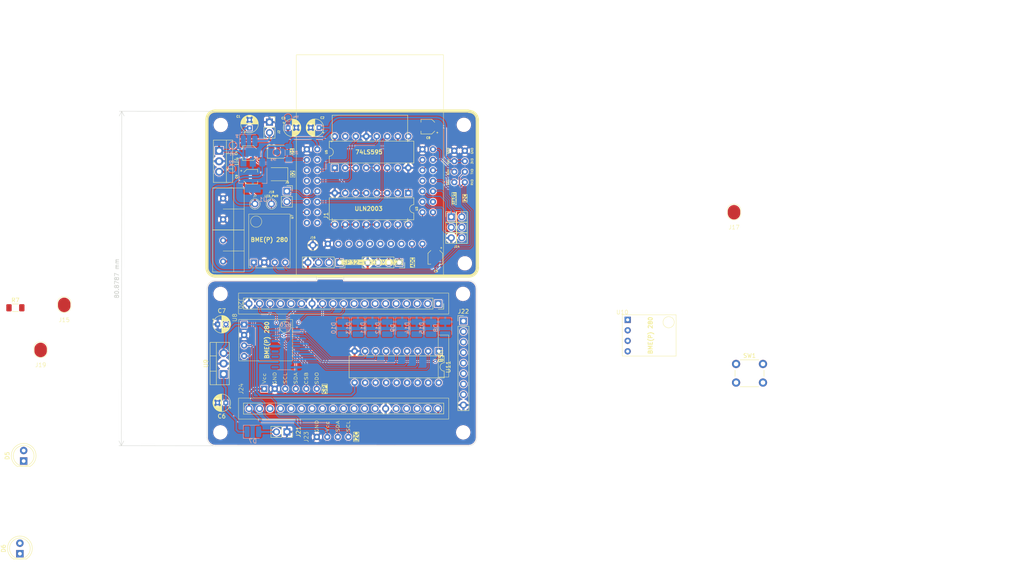
<source format=kicad_pcb>
(kicad_pcb (version 20240108) (generator "pcbnew") (generator_version "8.0")
  (layers (0 "F.Cu" signal) (31 "B.Cu" signal) (34 "B.Paste" user) (35 "F.Paste" user) (36 "B.SilkS" user "B.Silkscreen") (37 "F.SilkS" user "F.Silkscreen") (38 "B.Mask" user) (39 "F.Mask" user) (44 "Edge.Cuts" user))
  (net 0 "")
  (net 1 "GND")
  (net 2 "+3V3")
  (net 3 "+5V")
  (net 4 "/RXD")
  (net 5 "/TXD")
  (net 6 "/SDA")
  (net 7 "/GPIO_33")
  (net 8 "/SCL")
  (net 9 "/OUT3")
  (net 10 "/EN")
  (net 11 "/SOURCE2")
  (net 12 "/SOURCE1")
  (net 13 "/SOURCE3")
  (net 14 "/VDC")
  (net 15 "/DAC1")
  (net 16 "/DAC2")
  (net 17 "/GPIO39")
  (net 18 "/GPIO19")
  (net 19 "/GPIO17")
  (net 20 "/GPIO5")
  (net 21 "/GPIO18")
  (net 22 "/SD_DATA0")
  (net 23 "/ADC2_CH3")
  (net 24 "/SD_DATA3")
  (net 25 "/SD_CMD")
  (net 26 "/SD_CLK")
  (net 27 "/SD_DATA2")
  (net 28 "/SD_DATA1")
  (net 29 "/ADC2_CH0")
  (net 30 "/GPIO23")
  (net 31 "/GPIO36")
  (net 32 "/ADC2_CH2")
  (net 33 "/BOOT")
  (net 34 "/GPIO13")
  (net 35 "/SOURCE4")
  (net 36 "/SOURCE5")
  (net 37 "/SIPO_DATA")
  (net 38 "/SIPO_CLK")
  (net 40 "/SIPO_LATCH")
  (net 41 "/GPIO14")
  (net 43 "/I3")
  (net 44 "/I6")
  (net 45 "/I7")
  (net 46 "/I5")
  (net 47 "/OUT1")
  (net 48 "/VIN")
  (net 49 "/I1")
  (net 52 "Net-(D5-Pad1)")
  (net 53 "Net-(J15-Pin_1)")
  (net 54 "Net-(J19-Pin_1)")
  (net 55 "/OUT2")
  (net 67 "/RX")
  (net 72 "/TX")
  (net 83 "/SCL-2")
  (net 84 "/SDA-2")
  (net 85 "/SIPO_CLK-2")
  (net 87 "/SIPO_DATA-2")
  (net 88 "/SIPO_LATCH-2")
  (net 89 "/QB-2")
  (net 90 "/QC-2")
  (net 91 "/QE-2")
  (net 92 "/QA-2")
  (net 93 "/QD-2")
  (net 94 "/QG-2")
  (net 95 "/QH-2")
  (net 96 "/QF-2")
  (net 97 "/O8")
  (net 98 "/O3")
  (net 99 "/O5")
  (net 100 "/O7")
  (net 101 "/O1")
  (net 102 "/O4")
  (net 103 "/O2")
  (net 104 "/O6")
  (net 105 "/SPI-SDO")
  (net 106 "/SPI-CSB")
  (net 107 "/SPI-SCL")
  (net 108 "/SPI-SDA")
  (net 109 "/D23")
  (net 110 "/D18")
  (footprint "Capacitor_THT:CP_Radial_D4.0mm_P2.00mm" (layer "F.Cu") (at 107 44.2 180)
    (property "Reference" "C2")
    (property "Value" "1uF")
  )
  (footprint "LED_SMD:LED_1210_3225Metric_Pad1.42x2.65mm_HandSolder" (layer "F.Cu") (at 97 55.45 180)
    (property "Reference" "D2")
    (property "Value" "STATUS")
  )
  (footprint "Capacitor_SMD:CP_Elec_3x5.3" (layer "F.Cu") (at 90.3 50.35 180)
    (property "Reference" "C4")
    (property "Value" "0.1uF")
  )
  (footprint "Resistor_SMD:R_1206_3216Metric_Pad1.30x1.75mm_HandSolder" (layer "F.Cu") (at 33.612 87.7585)
    (property "Reference" "R7")
    (property "Value" "4K7")
  )
  (footprint "LED_THT:LED_D5.0mm" (layer "F.Cu") (at 34.7 147.25 90)
    (property "Reference" "D6")
    (property "Value" "LED_STATUS")
  )
  (footprint "Button_Switch_THT:SW_PUSH_6mm" (layer "F.Cu") (at 207.8 101.35)
    (property "Reference" "SW1")
    (property "Value" "SW_Push")
  )
  (footprint "Alexander Footprint Library:Pad_1x01_P2.54_SMD" (layer "F.Cu") (at 39.712 102.098)
    (property "Reference" "J19")
    (property "Value" "LED_PWR")
  )
  (footprint "Alexanddr Footprints Library:ESP32-WROOM-Adapter-Socket-2" (layer "F.Cu") (at 119.3 57.04)
    (property "Reference" "J1")
    (property "Value" "~")
  )
  (footprint "Alexander Footprint Library:Pad_1x01_P2.54_SMD" (layer "F.Cu") (at 45.412 91.198)
    (property "Reference" "J15")
    (property "Value" "LED_PWR")
  )
  (footprint "MountingHole:MountingHole_3mm" (layer "F.Cu") (at 142 43.5)
    (property "Reference" "H1" (hide yes))
    (property "Value" "MountingHole_Pad")
  )
  (footprint "Connector_PinSocket_2.54mm:PinSocket_1x02_P2.54mm_Vertical" (layer "F.Cu") (at 99.25 117.775 -90)
    (property "Reference" "J21")
    (property "Value" "PWR")
  )
  (footprint "MountingHole:MountingHole_3mm" (layer "F.Cu") (at 83.25 43.53)
    (property "Reference" "H2" (hide yes))
    (property "Value" "MountingHole_Pad")
  )
  (footprint "Package_DIP:DIP-16_W7.62mm" (layer "F.Cu") (at 128.58 60 -90)
    (property "Reference" "U3")
    (property "Value" "ULN2003")
  )
  (footprint "Alexander Footprints Library:Conn_Terminal_5mm" (layer "F.Cu") (at 83.82 53.69)
    (property "Reference" "J9" (hide yes))
    (property "Value" "Conn_01x02_Socket")
  )
  (footprint "Alexander Footprint Library:Pad_1x01_P2.54_SMD" (layer "F.Cu") (at 207.3 68.7895)
    (property "Reference" "J17")
    (property "Value" "GND")
  )
  (footprint "MountingHole:MountingHole_3mm" (layer "F.Cu") (at 141.85 117.9)
    (property "Reference" "H4" (hide yes))
    (property "Value" "MountingHole_Pad")
  )
  (footprint "Capacitor_THT:CP_Radial_D4.0mm_P2.00mm" (layer "F.Cu") (at 82.5 91.75)
    (property "Reference" "C7")
    (property "Value" "1uF")
  )
  (footprint "Capacitor_SMD:CP_Elec_3x5.3" (layer "F.Cu") (at 90.4 56.05)
    (property "Reference" "C9")
    (property "Value" "0.1uF")
  )
  (footprint "Package_DIP:DIP-16_W7.62mm" (layer "F.Cu") (at 110.8 53.9 90)
    (property "Reference" "U5")
    (property "Value" "74LS595")
  )
  (footprint "Alexander Footprint Library:PinSocket_1x01_P2.54" (layer "F.Cu") (at 91.5 65.19)
    (property "Reference" "J7")
    (property "Value" "LED_PWR")
  )
  (footprint "Connector_PinHeader_2.54mm:PinHeader_1x09_P2.54mm_Vertical" (layer "F.Cu") (at 141.9 90.97)
    (property "Reference" "J22")
    (property "Value" "Conn_01x09_Pin")
  )
  (footprint "Alexander Footprint Library:Conn_SPI" (layer "F.Cu") (at 88.68 107.35 90)
    (property "Reference" "J24")
    (property "Value" "~")
  )
  (footprint "Connector_PinSocket_2.54mm:PinSocket_1x02_P2.54mm_Vertical" (layer "F.Cu") (at 95.025 42.85)
    (property "Reference" "J2")
    (property "Value" "PWR")
  )
  (footprint "Connector_PinSocket_2.54mm:PinSocket_1x04_P2.54mm_Vertical" (layer "F.Cu") (at 111.94 76.8 -90)
    (property "Reference" "J6")
    (property "Value" "SOURCE")
  )
  (footprint "MountingHole:MountingHole_3mm" (layer "F.Cu") (at 83.15 117.9)
    (property "Reference" "H4" (hide yes))
    (property "Value" "MountingHole_Pad")
  )
  (footprint "Connector_PinSocket_2.54mm:PinSocket_1x04_P2.54mm_Vertical" (layer "F.Cu") (at 126.38 76.8 -90)
    (property "Reference" "J10" (hide yes))
    (property "Value" "ADC")
  )
  (footprint "Capacitor_SMD:CP_Elec_3x5.3" (layer "F.Cu") (at 135.1 75.45 -90)
    (property "Reference" "C5")
    (property "Value" "0.1uF")
  )
  (footprint "MountingHole:MountingHole_3mm" (layer "F.Cu") (at 141.8 84.4)
    (property "Reference" "H4" (hide yes))
    (property "Value" "MountingHole_Pad")
  )
  (footprint "Capacitor_THT:CP_Radial_D4.0mm_P2.00mm" (layer "F.Cu") (at 99.5 44.2)
    (property "Reference" "C3")
    (property "Value" "1uF")
  )
  (footprint "Alexander Footprint Library:Conn_ESP32_WROOM-DevKit-38pins" (layer "F.Cu") (at 87.54 86.75 -90)
    (property "Reference" "J20")
    (property "Value" "~")
  )
  (footprint "Capacitor_SMD:CP_Elec_3x5.3" (layer "F.Cu") (at 133.4 43.95 180)
    (property "Reference" "C8")
    (property "Value" "10uF")
  )
  (footprint "Alexander Footprint Library:LD1117" (layer "F.Cu") (at 83.945 103.79 90)
    (property "Reference" "U9")
    (property "Value" "L7805")
  )
  (footprint "Alexander Footprint Library:PinSocket_1x01_P2.54" (layer "F.Cu") (at 95.5 65.19)
    (property "Reference" "J18")
    (property "Value" "LED_PWR")
  )
  (footprint "Alexander Footprint Library:Conn_I2C" (layer "F.Cu") (at 98.84 119 90)
    (property "Reference" "J23")
    (property "Value" "I2C")
  )
  (footprint "Capacitor_THT:CP_Radial_D4.0mm_P2.00mm" (layer "F.Cu") (at 84.4726 110.75 180)
    (property "Reference" "C6")
    (property "Value" "1uF")
  )
  (footprint "Alexander Footprint Library:BME280_BMP280_I2C" (layer "F.Cu") (at 180.3 89.45)
    (property "Reference" "U10")
    (property "Value" "BME(P)280")
  )
  (footprint "MountingHole:MountingHole_3mm" (layer "F.Cu") (at 83.2 84.4)
    (property "Reference" "H4" (hide yes))
    (property "Value" "MountingHole_Pad")
  )
  (footprint "Connector_PinSocket_2.54mm:PinSocket_1x02_P2.54mm_Vertical" (layer "F.Cu") (at 99.225 59.55)
    (property "Reference" "J5")
    (property "Value" "DAC")
  )
  (footprint "Alexander Footprint Library:CONN_2x3" (layer "F.Cu") (at 138.96 60.68)
    (property "Reference" "J14")
    (property "Value" "GPIO")
  )
  (footprint "Alexander Footprints Library:Conn_UART" (layer "F.Cu") (at 139.7 42.15)
    (property "Reference" "J3" (hide yes))
    (property "Value" "UART")
  )
  (footprint "Alexander Footprint Library:PinSocket_1x01_P2.54" (layer "F.Cu") (at 105.5 75.19)
    (property "Reference" "J16")
    (property "Value" "GND")
  )
  (footprint "Capacitor_THT:CP_Radial_D4.0mm_P2.00mm" (layer "F.Cu") (at 90.2 44.3 90)
    (property "Reference" "C1")
    (property "Value" "1uF")
  )
  (footprint "Alexander Footprint Library:BME280_BMP280_I2C" (layer "F.Cu") (at 90 78.1 90)
    (property "Reference" "U7")
    (property "Value" "BME(P)280")
  )
  (footprint "Alexander Footprint Library:LD1117" (layer "F.Cu") (at 82.855 49.77 -90)
    (property "Reference" "U4")
    (property "Value" "L7805")
  )
  (footprint "Alexander Footprints Library:Conn_I2C" (layer "F.Cu") (at 142.24 42.15)
    (property "Reference" "J4" (hide yes))
    (property "Value" "I2C")
  )
  (footprint "LED_THT:LED_D5.0mm" (layer "F.Cu") (at 35.612 124.8335 90)
    (property "Reference" "D5")
    (property "Value" "LED_PWR")
  )
  (footprint "Alexander Footprint Library:BME280_BMP280_I2C" (layer "F.Cu") (at 87.6 90.59)
    (property "Reference" "U8")
    (property "Value" "BME(P)280")
  )
  (footprint "LED_SMD:LED_1210_3225Metric_Pad1.42x2.65mm_HandSolder" (layer "F.Cu") (at 97 50)
    (property "Reference" "D1")
    (property "Value" "PWR")
  )
  (footprint "MountingHole:MountingHole_3mm" (layer "F.Cu") (at 142.25 77)
    (property "Reference" "H4" (hide yes))
    (property "Value" "MountingHole_Pad")
  )
  (footprint "Package_DIP:DIP-18_W7.62mm" (layer "F.Cu") (at 135.92 98.25 -90)
    (property "Reference" "U11")
    (property "Value" "ULN2801A")
  )
  (footprint "Alexander Footprints Library:Conn_Terminal_5mm" (layer "F.Cu") (at 83.82 63.85)
    (property "Reference" "J8" (hide yes))
    (property "Value" "Conn_01x02_Socket")
  )
  (footprint "TestPoint:TestPoint_Pad_D1.5mm" (layer "B.Cu") (at 99.5 41.75 180)
    (property "Reference" "TP4")
    (property "Value" "5V")
  )
  (footprint "LED_SMD:LED_1210_3225Metric_Pad1.42x2.65mm_HandSolder" (layer "B.Cu") (at 127.1 92.65 -90)
    (property "Reference" "D9")
    (property "Value" "PWR")
  )
  (footprint "TestPoint:TestPoint_Pad_D1.5mm" (layer "B.Cu") (at 96.8 50.15 180)
    (property "Reference" "TP3")
    (property "Value" "3V3")
  )
  (footprint "LED_SMD:LED_1210_3225Metric_Pad1.42x2.65mm_HandSolder" (layer "B.Cu") (at 119.9 92.65 -90)
    (property "Reference" "D11")
    (property "Value" "PWR")
  )
  (footprint "Package_SO:SO-16_3.9x9.9mm_P1.27mm" (layer "B.Cu") (at 98.95 97.7 180)
    (property "Reference" "U26")
    (property "Value" "74LS595")
  )
  (footprint "Diode_SMD:D_1210_3225Metric" (layer "B.Cu") (at 91 117.75)
    (property "Reference" "D7")
    (property "Value" "D")
  )
  (footprint "LED_SMD:LED_1210_3225Metric_Pad1.42x2.65mm_HandSolder" (layer "B.Cu") (at 134.1 92.65 -90)
    (property "Reference" "D15")
    (property "Value" "PWR")
  )
  (footprint "Resistor_SMD:R_1206_3216Metric_Pad1.30x1.75mm_HandSolder" (layer "B.Cu") (at 99.7 50.25 -90)
    (property "Reference" "R1")
    (property "Value" "10K")
  )
  (footprint "Diode_SMD:D_1210_3225Metric" (layer "B.Cu") (at 90.1 47.4)
    (property "Reference" "D4")
    (property "Value" "D")
  )
  (footprint "LED_SMD:LED_1210_3225Metric_Pad1.42x2.65mm_HandSolder" (layer "B.Cu") (at 130.6 92.65 -90)
    (property "Reference" "D14")
    (property "Value" "PWR")
  )
  (footprint "TestPoint:TestPoint_Pad_D1.5mm" (layer "B.Cu") (at 86.2 48.45 180)
    (property "Reference" "TP1")
    (property "Value" "VIN")
  )
  (footprint "LED_SMD:LED_1210_3225Metric_Pad1.42x2.65mm_HandSolder" (layer "B.Cu") (at 123.5 92.65 -90)
    (property "Reference" "D12")
    (property "Value" "PWR")
  )
  (footprint "TestPoint:TestPoint_Pad_D1.5mm" (layer "B.Cu") (at 85.9 54.15 180)
    (property "Reference" "TP2")
    (property "Value" "GND")
  )
  (footprint "LED_SMD:LED_1210_3225Metric_Pad1.42x2.65mm_HandSolder" (layer "B.Cu") (at 116.4 92.65 -90)
    (property "Reference" "D13")
    (property "Value" "PWR")
  )
  (footprint "LED_SMD:LED_1210_3225Metric_Pad1.42x2.65mm_HandSolder" (layer "B.Cu") (at 112.8 92.65 -90)
    (property "Reference" "D10")
    (property "Value" "PWR")
  )
  (footprint "Package_TO_SOT_SMD:SOT-223-3_TabPin2" (layer "B.Cu") (at 91 55.75 -90)
    (property "Reference" "U1")
    (property "Value" "MAX1726EUK33")
  )
  (footprint "LED_SMD:LED_1210_3225Metric_Pad1.42x2.65mm_HandSolder" (layer "B.Cu") (at 137.5 92.65 -90)
    (property "Reference" "D8")
    (property "Value" "PWR")
  )
  (gr_line (start 145.25 42.11421) (end 145.25 78.085782) (stroke (width 0.75)) (layer "F.SilkS"))
  (gr_line (start 81.914218 40.164218) (end 143.08579 40.164218) (stroke (width 0.75)) (layer "F.SilkS"))
  (gr_arc (start 145.25 78.085782) (mid 144.66422 79.500007) (end 143.25 80.085782) (stroke (width 0.75)) (layer "F.SilkS"))
  (gr_line (start 79.914218 42.11421) (end 79.914218 78.085782) (stroke (width 0.75)) (layer "F.SilkS"))
  (gr_arc (start 81.914218 80.085782) (mid 80.499999 79.500001) (end 79.914218 78.085782) (stroke (width 0.75)) (layer "F.SilkS"))
  (gr_arc (start 143.25 40.25) (mid 144.664214 40.835786) (end 145.25 42.25) (stroke (width 0.75)) (layer "F.SilkS"))
  (gr_arc (start 79.914218 42.164218) (mid 80.499999 40.749999) (end 81.914218 40.164218) (stroke (width 0.75)) (layer "F.SilkS"))
  (gr_line (start 81.914214 80.085782) (end 143.085786 80.085782) (stroke (width 0.75)) (layer "F.SilkS"))
  (gr_line (start 82.014214 80.235786) (end 106.4 80.25) (stroke (width 0.1)) (layer "Edge.Cuts"))
  (gr_line (start 80 42.25) (end 80.014214 78.235786) (stroke (width 0.1)) (layer "Edge.Cuts"))
  (gr_arc (start 79.921321 83.157107) (mid 80.507106 81.742896) (end 81.921321 81.157107) (stroke (width 0.1)) (layer "Edge.Cuts"))
  (gr_line (start 81.921321 121.128679) (end 143.107107 121.142893) (stroke (width 0.1)) (layer "Edge.Cuts"))
  (gr_arc (start 81.921321 121.128679) (mid 80.507101 120.542899) (end 79.921321 119.128679) (stroke (width 0.1)) (layer "Edge.Cuts"))
  (gr_line (start 143.092893 81.157107) (end 113 81.15) (stroke (width 0.1)) (layer "Edge.Cuts"))
  (gr_arc (start 145.107107 119.142893) (mid 144.521321 120.557107) (end 143.107107 121.142893) (stroke (width 0.1)) (layer "Edge.Cuts"))
  (gr_line (start 106.4 81.15) (end 81.921321 81.157107) (stroke (width 0.1)) (layer "Edge.Cuts"))
  (gr_arc (start 143.185786 40.264214) (mid 144.600004 40.849996) (end 145.185786 42.264214) (stroke (width 0.1)) (layer "Edge.Cuts"))
  (gr_line (start 113 80.25) (end 143.185786 80.235786) (stroke (width 0.1)) (layer "Edge.Cuts"))
  (gr_arc (start 82.014214 80.235786) (mid 80.599996 79.650004) (end 80.014214 78.235786) (stroke (width 0.1)) (layer "Edge.Cuts"))
  (gr_line (start 145.185786 42.264214) (end 145.185786 78.235786) (stroke (width 0.1)) (layer "Edge.Cuts"))
  (gr_arc (start 80 42.25) (mid 80.585786 40.835786) (end 82 40.25) (stroke (width 0.1)) (layer "Edge.Cuts"))
  (gr_line (start 145.107107 119.142893) (end 145.092893 83.157107) (stroke (width 0.1)) (layer "Edge.Cuts"))
  (gr_line (start 79.921321 119.128679) (end 79.921321 83.157107) (stroke (width 0.1)) (layer "Edge.Cuts"))
  (gr_line (start 106.4 81.15) (end 106.4 80.25) (stroke (width 0.1)) (layer "Edge.Cuts"))
  (gr_arc (start 145.185786 78.235786) (mid 144.600004 79.650004) (end 143.185786 80.235786) (stroke (width 0.1)) (layer "Edge.Cuts"))
  (gr_arc (start 143.092893 81.157107) (mid 144.507112 81.742888) (end 145.092893 83.157107) (stroke (width 0.1)) (layer "Edge.Cuts"))
  (gr_line (start 113 81.15) (end 113 80.25) (stroke (width 0.1)) (layer "Edge.Cuts"))
  (gr_line (start 143.185786 40.264214) (end 82 40.25) (stroke (width 0.1)) (layer "Edge.Cuts"))
  (gr_text "ADC" (at 130.1 78.05 90) (layer "F.SilkS" knockout) (effects (font (size 0.8 0.8) (thickness 0.2) (bold yes)) (justify left bottom)))
  (gr_text "74LS595" (at 119.057143 50.1 0) (layer "F.SilkS") (effects (font (size 1 1) (thickness 0.2) (bold yes))))
  (gr_text "ULN2003" (at 115.5 64.374 0) (layer "F.SilkS") (effects (font (size 1 1) (thickness 0.2) (bold yes)) (justify left bottom)))
  (dimension (type aligned) (layer "Edge.Cuts") (pts (xy 81.921321 121.128679) (xy 82 40.25)) (height -22.6907) (gr_text "80.8787 mm" (at 58.119973 80.666146 89.94426182) (layer "Edge.Cuts") (effects (font (size 1 1) (thickness 0.15)))) (format (prefix "") (suffix "") (units 3) (units_format 1) (precision 4)) (style (thickness 0.1) (arrow_length 1.27) (text_position_mode 0) (extension_height 0.58642) (extension_offset 0.5) keep_text_aligned))
  (segment (start 84.21 66) (end 83.82 66.39) (width 0.5) (layer "F.Cu") (net 1))
  (segment (start 90.08 108.57) (end 90.08 112.15) (width 0.5) (layer "F.Cu") (net 2))
  (segment (start 91.5 60.75) (end 88.9 58.15) (width 0.5) (layer "F.Cu") (net 2))
  (segment (start 139.7 52.31) (end 138.56 52.31) (width 0.25) (layer "F.Cu") (net 2))
  (segment (start 91.3 107.35) (end 90.08 108.57) (width 0.5) (layer "F.Cu") (net 2))
  (segment (start 137.2 43.95) (end 134.9 43.95) (width 0.25) (layer "F.Cu") (net 2))
  (segment (start 138.56 52.31) (end 137.6 51.35) (width 0.25) (layer "F.Cu") (net 2))
  (segment (start 91.5 62.62) (end 91.5 60.75) (width 0.5) (layer "F.Cu") (net 2))
  (segment (start 93.76 107.35) (end 91.3 107.35) (width 0.5) (layer "F.Cu") (net 2))
  (segment (start 137.6 51.35) (end 137.6 44.35) (width 0.25) (layer "F.Cu") (net 2))
  (segment (start 137.6 44.35) (end 137.2 43.95) (width 0.25) (layer "F.Cu") (net 2))
  (segment (start 88.9 58.15) (end 88.9 56.05) (width 0.5) (layer "F.Cu") (net 2))
  (segment (start 96.075 48.7) (end 97.525 48.7) (width 0.5) (layer "B.Cu") (net 2))
  (segment (start 109.408578 44.2) (end 107 44.2) (width 0.5) (layer "B.Cu") (net 2))
  (segment (start 93.21 115.25) (end 101 115.25) (width 0.5) (layer "B.Cu") (net 2))
  (segment (start 81.3 75.997918) (end 81.3 59.75104) (width 0.5) (layer "B.Cu") (net 2))
  (segment (start 93.3 54.905025) (end 93.3 52.6) (width 0.5) (layer "B.Cu") (net 2))
  (segment (start 100 48.7) (end 100 48.03033) (width 0.5) (layer "B.Cu") (net 2))
  (segment (start 139.13 52.31) (end 139.7 52.31) (width 0.5) (layer "B.Cu") (net 2))
  (segment (start 138.156949 51.906949) (end 138.03 51.78) (width 0.5) (layer "B.Cu") (net 2))
  (segment (start 109 117.5) (end 109 119) (width 0.5) (layer "B.Cu") (net 2))
  (segment (start 106.6 48.627817) (end 106.6 49.299791) (width 0.5) (layer "B.Cu") (net 2))
  (segment (start 84.202081 78.9) (end 89.990883 78.9) (width 0.5) (layer "B.Cu") (net 2))
  (segment (start 109.75 45) (end 109.75 44.141421) (width 0.5) (layer "B.Cu") (net 2))
  (segment (start 109.75 43.858578) (end 109.75 44.141421) (width 0.5) (layer "B.Cu") (net 2))
  (segment (start 104.722182 46.75) (end 106.277817 46.75) (width 0.5) (layer "B.Cu") (net 2))
  (segment (start 139.7 52.31) (end 142.24 52.31) (width 0.5) (layer "B.Cu") (net 2))
  (segment (start 137.5 50.500466) (end 137.5 43.883883) (width 0.5) (layer "B.Cu") (net 2))
  (segment (start 88.207106 62.75) (end 91.5 62.75) (width 0.5) (layer "B.Cu") (net 2))
  (segment (start 86.5 61.042893) (end 86.5 57.5) (width 0.5) (layer "B.Cu") (net 2))
  (segment (start 106.277817 46.75) (end 108 46.75) (width 0.5) (layer "B.Cu") (net 2))
  (segment (start 101 115.25) (end 102.5 116.75) (width 0.5) (layer "B.Cu") (net 2))
  (segment (start 91.22 77.670883) (end 91.22 76.8) (width 0.5) (layer "B.Cu") (net 2))
  (segment (start 89.455634 56.1) (end 92.105025 56.1) (width 0.5) (layer "B.Cu") (net 2))
  (segment (start 96.075 48.7) (end 95.177817 48.7) (width 0.5) (layer "B.Cu") (net 2))
  (segment (start 90.11 112.15) (end 93.21 115.25) (width 0.5) (layer "B.Cu") (net 2))
  (segment (start 108.25 116.75) (end 109 117.5) (width 0.5) (layer "B.Cu") (net 2))
  (segment (start 104.722182 46.75) (end 101.28033 46.75) (width 0.5) (layer "B.Cu") (net 2))
  (segment (start 108 46.75) (end 109.75 45) (width 0.5) (layer "B.Cu") (net 2))
  (segment (start 96.8 49.425) (end 96.8 50.15) (width 0.25) (layer "B.Cu") (net 2))
  (segment (start 109.75 43.625) (end 109.75 43.858578) (width 0.5) (layer "B.Cu") (net 2))
  (segment (start 110.015165 42.984834) (end 110.5 42.5) (width 0.5) (layer "B.Cu") (net 2))
  (segment (start 93.3 52.6) (end 93.3 50.577817) (width 0.5) (layer "B.Cu") (net 2))
  (segment (start 82.75104 58.3) (end 84.144365 58.3) (width 0.5) (layer "B.Cu") (net 2))
  (segment (start 106.685 49.335) (end 106.77 49.25) (width 0.5) (layer "B.Cu") (net 2))
  (segment (start 102.5 116.75) (end 108.25 116.75) (width 0.5) (layer "B.Cu") (net 2))
  (segment (start 112.31066 41.75) (end 135.366116 41.75) (width 0.5) (layer "B.Cu") (net 2))
  (segment (start 100 48.7) (end 97.525 48.7) (width 0.5) (layer "B.Cu") (net 2))
  (arc (start 136.875 42.375) (mid 137.337567 43.067281) (end 137.5 43.883883) (width 0.5) (layer "B.Cu") (net 2))
  (arc (start 137.5 50.500466) (mid 137.637742 51.192944) (end 138.03 51.78) (width 0.5) (layer "B.Cu") (net 2))
  (arc (start 93.3 54.905025) (mid 93.209037 55.362322) (end 92.95 55.75) (width 0.5) (layer "B.Cu") (net 2))
  (arc (start 86.8 57.2) (mid 85.581584 58.014119) (end 84.144365 58.3) (width 0.5) (layer "B.Cu") (net 2))
  (arc (start 106.6 49.299791) (mid 106.630737 49.345793) (end 106.685 49.335) (width 0.5) (layer "B.Cu") (net 2))
  (arc (start 89.455634 56.1) (mid 88.018415 56.38588) (end 86.8 57.2) (width 0.5) (layer "B.Cu") (net 2))
  (arc (start 86.5 61.042893) (mid 86.629945 61.696174) (end 87 62.25) (width 0.5) (layer "B.Cu") (net 2))
  (arc (start 82.75104 58.3) (mid 82.195751 58.410453) (end 81.725 58.725) (width 0.5) (layer "B.Cu") (net 2))
  (arc (start 92.95 55.75) (mid 92.562322 56.009037) (end 92.105025 56.1) (width 0.5) (layer "B.Cu") (net 2))
  (arc (start 95.177817 48.7) (mid 94.459207 48.84294) (end 93.85 49.25) (width 0.5) (layer "B.Cu") (net 2))
  (arc (start 96.8 49.425) (mid 96.587652 48.912347) (end 96.075 48.7) (width 0.25) (layer "B.Cu") (net 2))
  (arc (start 82.15 78.05) (mid 83.091502 78.679092) (end 84.202081 78.9) (width 0.5) (layer "B.Cu") (net 2))
  (arc (start 110.015165 42.984834) (mid 109.818914 43.278544) (end 109.75 43.625) (width 0.5) (layer "B.Cu") (net 2))
  (arc (start 109.75 44.141421) (mid 109.713838 44.087301) (end 109.65 44.1) (width 0.5) (layer "B.Cu") (net 2))
  (arc (start 136.875 42.375) (mid 136.182718 41.912432) (end 135.366116 41.75) (width 0.5) (layer "B.Cu") (net 2))
  (arc (start 93.85 49.25) (mid 93.44294 49.859207) (end 93.3 50.577817) (width 0.5) (layer "B.Cu") (net 2))
  (arc (start 90.86 78.54) (mid 90.461245 78.806439) (end 89.990883 78.9) (width 0.5) (layer "B.Cu") (net 2))
  (arc (start 109.65 44.1) (mid 109.539234 44.17401) (end 109.408578 44.2) (width 0.5) (layer "B.Cu") (net 2))
  (arc (start 87 62.25) (mid 87.553825 62.620054) (end 88.207106 62.75) (width 0.5) (layer "B.Cu") (net 2))
  (arc (start 81.725 58.725) (mid 81.410453 59.195751) (end 81.3 59.75104) (width 0.5) (layer "B.Cu") (net 2))
  (arc (start 106.05 47.3) (mid 105.440792 46.89294) (end 104.722182 46.75) (width 0.5) (layer "B.Cu") (net 2))
  (arc (start 138.156949 51.906949) (mid 138.603388 52.20525) (end 139.13 52.31) (width 0.5) (layer "B.Cu") (net 2))
  (arc (start 101.28033 46.75) (mid 100.790368 46.847459) (end 100.375 47.125) (width 0.5) (layer "B.Cu") (net 2))
  (arc (start 106.05 47.3) (mid 106.457059 47.909207) (end 106.6 48.627817) (width 0.5) (layer "B.Cu") (net 2))
  (arc (start 106.277817 46.75) (mid 105.980159 46.948888) (end 106.05 47.3) (width 0.5) (layer "B.Cu") (net 2))
  (arc (start 91.22 77.670883) (mid 91.126439 78.141245) (end 90.86 78.54) (width 0.5) (layer "B.Cu") (net 2))
  (arc (start 109.65 44.1) (mid 109.72401 43.989234) (end 109.75 43.858578) (width 0.5) (layer "B.Cu") (net 2))
  (arc (start 112.31066 41.75) (mid 111.330737 41.944918) (end 110.5 42.5) (width 0.5) (layer "B.Cu") (net 2))
  (arc (start 100.375 47.125) (mid 100.097459 47.540368) (end 100 48.03033) (width 0.5) (layer "B.Cu") (net 2))
  (arc (start 81.3 75.997918) (mid 81.520907 77.108496) (end 82.15 78.05) (width 0.5) (layer "B.Cu") (net 2))
  (segment (start 99.5 45.693413) (end 99.5 44.2) (width 0.5) (layer "F.Cu") (net 3))
  (segment (start 87.75 115.25) (end 135.25 115.25) (width 0.5) (layer "F.Cu") (net 3))
  (segment (start 98.6375 46.9625) (end 99.2125 46.3875) (width 0.5) (layer "F.Cu") (net 3))
  (segment (start 83.945 98.71) (end 86.21 98.71) (width 0.5) (layer "F.Cu") (net 3))
  (segment (start 86.75 99.25) (end 86.75 100) (width 0.5) (layer "F.Cu") (net 3))
  (segment (start 126.04 46.28) (end 126.04 48.251906) (width 0.5) (layer "F.Cu") (net 3))
  (segment (start 108.3 49.803553) (end 108.3 65.537329) (width 0.5) (layer "F.Cu") (net 3))
  (segment (start 108.3 49.803553) (end 108.3 49.096446) (width 0.5) (layer "F.Cu") (net 3))
  (segment (start 135.81 114.69) (end 135.81 112.15) (width 0.5) (layer "F.Cu") (net 3))
  (segment (start 110.8 46.28) (end 110.8 48.15) (width 0.5) (layer "F.Cu") (net 3))
  (segment (start 86.75 114.25) (end 87.75 115.25) (width 0.5) (layer "F.Cu") (net 3))
  (segment (start 86.75 100) (end 86.75 114.25) (width 0.5) (layer "F.Cu") (net 3))
  (segment (start 110.8 48.15) (end 110 48.95) (width 0.5) (layer "F.Cu") (net 3))
  (segment (start 88.1 47.25) (end 97.943413 47.25) (width 0.5) (layer "F.Cu") (net 3))
  (segment (start 84.9 54.85) (end 85.4 54.35) (width 0.5) (layer "F.Cu") (net 3))
  (segment (start 126.04 48.251906) (end 125.341906 48.95) (width 0.5) (layer "F.Cu") (net 3))
  (segment (start 85.4 54.35) (end 85.4 49.95) (width 0.5) (layer "F.Cu") (net 3))
  (segment (start 107.608621 46.675) (end 99.331586 46.675) (width 0.5) (layer "F.Cu") (net 3))
  (segment (start 110 48.95) (end 109.153553 48.95) (width 0.5) (layer "F.Cu") (net 3))
  (segment (start 86.21 98.71) (end 86.75 99.25) (width 0.5) (layer "F.Cu") (net 3))
  (segment (start 108.3 49.096446) (end 108.3 47.366378) (width 0.5) (layer "F.Cu") (net 3))
  (segment (start 109.104574 67.204574) (end 108.91 67.01) (width 0.5) (layer "F.Cu") (net 3))
  (segment (start 110.8 46.355) (end 110.725 46.28) (width 0.5) (layer "F.Cu") (net 3))
  (segment (start 135.25 115.25) (end 135.81 114.69) (width 0.5) (layer "F.Cu") (net 3))
  (segment (start 110.1075 67.62) (end 110.695 67.62) (width 0.5) (layer "F.Cu") (net 3))
  (segment (start 82.855 54.85) (end 84.9 54.85) (width 0.5) (layer "F.Cu") (net 3))
  (segment (start 85.4 49.95) (end 88.1 47.25) (width 0.5) (layer "F.Cu") (net 3))
  (segment (start 125.341906 48.95) (end 110 48.95) (width 0.5) (layer "F.Cu") (net 3))
  (arc (start 108.0975 46.8775) (mid 108.247371 47.101799) (end 108.3 47.366378) (width 0.5) (layer "F.Cu") (net 3))
  (arc (start 108.3 65.537329) (mid 108.458533 66.334332) (end 108.91 67.01) (width 0.5) (layer "F.Cu") (net 3))
  (arc (start 97.943413 47.25) (mid 98.31905 47.175281) (end 98.6375 46.9625) (width 0.5) (layer "F.Cu") (net 3))
  (arc (start 99.2125 46.3875) (mid 99.175992 46.571035) (end 99.331586 46.675) (width 0.5) (layer "F.Cu") (net 3))
  (arc (start 108.0975 46.8775) (mid 107.8732 46.727628) (end 107.608621 46.675) (width 0.5) (layer "F.Cu") (net 3))
  (arc (start 109.104574 67.204574) (mid 109.56472 67.512034) (end 110.1075 67.62) (width 0.5) (layer "F.Cu") (net 3))
  (arc (start 108.55 49.2) (mid 108.364972 49.476912) (end 108.3 49.803553) (width 0.5) (layer "F.Cu") (net 3))
  (arc (start 108.3 49.096446) (mid 108.390403 49.231745) (end 108.55 49.2) (width 0.5) (layer "F.Cu") (net 3))
  (arc (start 99.331586 46.675) (mid 98.955949 46.749718) (end 98.6375 46.9625) (width 0.5) (layer "F.Cu") (net 3))
  (arc (start 109.153553 48.95) (mid 108.826912 49.014972) (end 108.55 49.2) (width 0.5) (layer "F.Cu") (net 3))
  (arc (start 99.5 45.693413) (mid 99.425281 46.06905) (end 99.2125 46.3875) (width 0.5) (layer "F.Cu") (net 3))
  (segment (start 83.945 97.305) (end 84.5 96.75) (width 0.5) (layer "B.Cu") (net 3))
  (segment (start 84.5 94.05) (end 84.5 91.75) (width 0.5) (layer "B.Cu") (net 3))
  (segment (start 88.9 91.81) (end 86.74 91.81) (width 0.5) (layer "B.Cu") (net 3))
  (segment (start 115.6 108.15) (end 115.6 105.87) (width 0.5) (layer "B.Cu") (net 3))
  (segment (start 83.945 98.71) (end 83.945 97.305) (width 0.5) (layer "B.Cu") (net 3))
  (segment (start 92 108.15) (end 92.8 108.95) (width 0.5) (layer "B.Cu") (net 3))
  (segment (start 96.375 100.875) (end 92.575 100.875) (width 0.5) (layer "B.Cu") (net 3))
  (segment (start 92.96 91.81) (end 91.25 91.81) (width 0.5) (layer "B.Cu") (net 3))
  (segment (start 86.74 91.81) (end 84.5 94.05) (width 0.5) (layer "B.Cu") (net 3))
  (segment (start 92 92.56) (end 91.25 91.81) (width 0.5) (layer "B.Cu") (net 3))
  (segment (start 92.8 108.95) (end 114.8 108.95) (width 0.5) (layer "B.Cu") (net 3))
  (segment (start 94.405 93.255) (end 92.96 91.81) (width 0.5) (layer "B.Cu") (net 3))
  (segment (start 92 100.3) (end 92 108.15) (width 0.5) (layer "B.Cu") (net 3))
  (segment (start 91.25 91.81) (end 88.9 91.81) (width 0.5) (layer "B.Cu") (net 3))
  (segment (start 92 100.3) (end 92 92.56) (width 0.5) (layer "B.Cu") (net 3))
  (segment (start 84.5 96.75) (end 84.5 94.05) (width 0.5) (layer "B.Cu") (net 3))
  (segment (start 114.8 108.95) (end 115.6 108.15) (width 0.5) (layer "B.Cu") (net 3))
  (segment (start 92.575 100.875) (end 92 100.3) (width 0.5) (layer "B.Cu") (net 3))
  (segment (start 99.5 42.25) (end 99.5 44.2) (width 0.25) (layer "B.Cu") (net 3))
  (segment (start 96.375 93.255) (end 94.405 93.255) (width 0.5) (layer "B.Cu") (net 3))
  (segment (start 139.7 57.35) (end 139.7 57.39) (width 0.25) (layer "F.Cu") (net 4))
  (segment (start 133.25 53.25) (end 135.6 53.25) (width 0.25) (layer "F.Cu") (net 4))
  (segment (start 135.6 53.25) (end 139.7 57.35) (width 0.25) (layer "F.Cu") (net 4))
  (segment (start 132 54.5) (end 133.25 53.25) (width 0.25) (layer "F.Cu") (net 4))
  (segment (start 140.3 57.45) (end 139.3 57.45) (width 0.25) (layer "F.Cu") (net 4))
  (segment (start 136.61 51.96) (end 134.54 51.96) (width 0.25) (layer "F.Cu") (net 5))
  (segment (start 134.74 51.79) (end 134.62 51.91) (width 0.25) (layer "F.Cu") (net 5))
  (segment (start 139.5 54.85) (end 136.61 51.96) (width 0.25) (layer "F.Cu") (net 5))
  (segment (start 139.7 54.85) (end 139.5 54.85) (width 0.25) (layer "F.Cu") (net 5))
  (segment (start 138.59 58.55) (end 140.4 58.55) (width 0.25) (layer "F.Cu") (net 6))
  (segment (start 136.213604 54.5) (end 138 56.286396) (width 0.25) (layer "F.Cu") (net 6))
  (segment (start 138 57.96) (end 138.59 58.55) (width 0.25) (layer "F.Cu") (net 6))
  (segment (start 140.9 56.19) (end 142.24 54.85) (width 0.25) (layer "F.Cu") (net 6))
  (segment (start 140.9 58.05) (end 140.9 56.19) (width 0.25) (layer "F.Cu") (net 6))
  (segment (start 134.54 54.5) (end 136.213604 54.5) (width 0.25) (layer "F.Cu") (net 6))
  (segment (start 138 56.286396) (end 138 57.96) (width 0.25) (layer "F.Cu") (net 6))
  (segment (start 142.24 54.85) (end 142.24 55.51) (width 0.25) (layer "F.Cu") (net 6))
  (segment (start 140.4 58.55) (end 140.9 58.05) (width 0.25) (layer "F.Cu") (net 6))
  (segment (start 141.79 58.74) (end 141 57.95) (width 0.25) (layer "B.Cu") (net 6))
  (segment (start 140.418198 72.781802) (end 143.281802 72.781802) (width 0.25) (layer "B.Cu") (net 6))
  (segment (start 98.84 76.8) (end 98.84 78.09) (width 0.25) (layer "B.Cu") (net 6))
  (segment (start 143.55 64.45) (end 141.79 62.69) (width 0.25) (layer "B.Cu") (net 6))
  (segment (start 134.55 78.65) (end 140.418198 72.781802) (width 0.25) (layer "B.Cu") (net 6))
  (segment (start 141.79 62.69) (end 141.79 58.74) (width 0.25) (layer "B.Cu") (net 6))
  (segment (start 141 56.09) (end 142.24 54.85) (width 0.25) (layer "B.Cu") (net 6))
  (segment (start 98.84 78.09) (end 99.4 78.65) (width 0.25) (layer "B.Cu") (net 6))
  (segment (start 99.4 78.65) (end 134.55 78.65) (width 0.25) (layer "B.Cu") (net 6))
  (segment (start 143.281802 72.781802) (end 143.55 72.513604) (width 0.25) (layer "B.Cu") (net 6))
  (segment (start 143.55 72.513604) (end 143.55 64.45) (width 0.25) (layer "B.Cu") (net 6))
  (segment (start 141 57.95) (end 141 56.09) (width 0.25) (layer "B.Cu") (net 6))
  (segment (start 103.97 59.53) (end 104.14 59.53) (width 0.25) (layer "F.Cu") (net 7))
  (segment (start 137.55 58.146396) (end 138.403604 59) (width 0.25) (layer "F.Cu") (net 8))
  (segment (start 131.5 55.75) (end 136.75 55.75) (width 0.25) (layer "F.Cu") (net 8))
  (segment (start 140.63 59) (end 142.24 57.39) (width 0.25) (layer "F.Cu") (net 8))
  (segment (start 136.75 55.75) (end 137.55 56.55) (width 0.25) (layer "F.Cu") (net 8))
  (segment (start 137.55 56.55) (end 137.55 58.146396) (width 0.25) (layer "F.Cu") (net 8))
  (segment (start 130.745 54.995) (end 131.5 55.75) (width 0.25) (layer "F.Cu") (net 8))
  (segment (start 130.745 53.245) (end 130.745 54.995) (width 0.25) (layer "F.Cu") (net 8))
  (segment (start 132.08 51.91) (end 130.745 53.245) (width 0.25) (layer "F.Cu") (net 8))
  (segment (start 138.403604 59) (end 140.63 59) (width 0.25) (layer "F.Cu") (net 8))
  (segment (start 143.4 73.3) (end 144 72.7) (width 0.25) (layer "B.Cu") (net 8))
  (segment (start 96.95 79.1) (end 134.8 79.1) (width 0.25) (layer "B.Cu") (net 8))
  (segment (start 96.3 76.8) (end 96.3 78.45) (width 0.25) (layer "B.Cu") (net 8))
  (segment (start 144 72.7) (end 144 64.263604) (width 0.25) (layer "B.Cu") (net 8))
  (segment (start 142.24 62.503604) (end 142.24 57.39) (width 0.25) (layer "B.Cu") (net 8))
  (segment (start 96.3 78.45) (end 96.95 79.1) (width 0.25) (layer "B.Cu") (net 8))
  (segment (start 134.8 79.1) (end 140.6 73.3) (width 0.25) (layer "B.Cu") (net 8))
  (segment (start 144 64.263604) (end 142.24 62.503604) (width 0.25) (layer "B.Cu") (net 8))
  (segment (start 140.6 73.3) (end 143.4 73.3) (width 0.25) (layer "B.Cu") (net 8))
  (segment (start 103.27 52.75) (end 104.06 51.96) (width 0.25) (layer "F.Cu") (net 10))
  (segment (start 91.8 52.25) (end 92.3 52.75) (width 0.25) (layer "F.Cu") (net 10))
  (segment (start 92.3 52.75) (end 103.27 52.75) (width 0.25) (layer "F.Cu") (net 10))
  (segment (start 103.72 52.3) (end 104.06 51.96) (width 0.25) (layer "F.Cu") (net 10))
  (segment (start 91.8 50.35) (end 91.8 52.25) (width 0.25) (layer "F.Cu") (net 10))
  (segment (start 100 51.8) (end 103.9 51.8) (width 0.25) (layer "B.Cu") (net 10))
  (segment (start 103.9 51.8) (end 104.06 51.96) (width 0.25) (layer "B.Cu") (net 10))
  (segment (start 113.235 67.62) (end 115.775 67.62) (width 0.5) (layer "F.Cu") (net 11))
  (segment (start 99 73.1) (end 102.7 69.4) (width 0.5) (layer "F.Cu") (net 11))
  (segment (start 86.37 71.47) (end 88 73.1) (width 0.5) (layer "F.Cu") (net 11))
  (segment (start 102.7 69.4) (end 111.455 69.4) (width 0.5) (layer "F.Cu") (net 11))
  (segment (start 88 73.1) (end 99 73.1) (width 0.5) (layer "F.Cu") (net 11))
  (segment (start 83.82 71.47) (end 86.37 71.47) (width 0.5) (layer "F.Cu") (net 11))
  (segment (start 111.455 69.4) (end 113.235 67.62) (width 0.5) (layer "F.Cu") (net 11))
  (segment (start 86.275 76.55) (end 88.075 74.75) (width 0.5) (layer "F.Cu") (net 12))
  (segment (start 104.4 70.1) (end 115.835 70.1) (width 0.5) (layer "F.Cu") (net 12))
  (segment (start 99.75 74.75) (end 104.4 70.1) (width 0.5) (layer "F.Cu") (net 12))
  (segment (start 118.315 67.62) (end 120.855 67.62) (width 0.5) (layer "F.Cu") (net 12))
  (segment (start 83.82 76.55) (end 86.275 76.55) (width 0.5) (layer "F.Cu") (net 12))
  (segment (start 115.835 70.1) (end 118.315 67.62) (width 0.5) (layer "F.Cu") (net 12))
  (segment (start 88.075 74.75) (end 99.75 74.75) (width 0.5) (layer "F.Cu") (net 12))
  (segment (start 128.475 67.62) (end 128.475 68.825) (width 0.25) (layer "F.Cu") (net 13))
  (segment (start 125.7 72.8) (end 124.55 73.95) (width 0.25) (layer "F.Cu") (net 13))
  (segment (start 111.94 75.26) (end 111.94 76.8) (width 0.25) (layer "F.Cu") (net 13))
  (segment (start 124.55 73.95) (end 118.622792 73.95) (width 0.25) (layer "F.Cu") (net 13))
  (segment (start 128.475 68.825) (end 125.7 71.6) (width 0.25) (layer "F.Cu") (net 13))
  (segment (start 125.7 71.6) (end 125.7 72.8) (width 0.25) (layer "F.Cu") (net 13))
  (segment (start 117.872792 74.7) (end 112.5 74.7) (width 0.25) (layer "F.Cu") (net 13))
  (segment (start 112.5 74.7) (end 111.94 75.26) (width 0.25) (layer "F.Cu") (net 13))
  (segment (start 118.622792 73.95) (end 117.872792 74.7) (width 0.25) (layer "F.Cu") (net 13))
  (segment (start 96.71 117.775) (end 92.425 117.775) (width 0.5) (layer "B.Cu") (net 14))
  (segment (start 92.425 117.775) (end 92.4 117.75) (width 0.5) (layer "B.Cu") (net 14))
  (segment (start 95.025 46.674479) (end 95.025 45.39) (width 0.5) (layer "B.Cu") (net 14))
  (segment (start 94.299479 47.4) (end 91.5 47.4) (width 0.5) (layer "B.Cu") (net 14))
  (arc (start 95.025 46.674479) (mid 94.969773 46.952124) (end 94.8125 47.1875) (width 0.5) (layer "B.Cu") (net 14))
  (arc (start 94.8125 47.1875) (mid 94.577124 47.344773) (end 94.299479 47.4) (width 0.5) (layer "B.Cu") (net 14))
  (segment (start 105.38 60.8) (end 106.6 59.58) (width 0.25) (layer "B.Cu") (net 15))
  (segment (start 99.225 59.55) (end 101.8 59.55) (width 0.25) (layer "B.Cu") (net 15))
  (segment (start 103.05 60.8) (end 105.38 60.8) (width 0.25) (layer "B.Cu") (net 15))
  (segment (start 101.8 59.55) (end 103.05 60.8) (width 0.25) (layer "B.Cu") (net 15))
  (segment (start 99.225 62.09) (end 100.97 62.09) (width 0.25) (layer "B.Cu") (net 16))
  (segment (start 100.97 62.09) (end 101 62.12) (width 0.25) (layer "B.Cu") (net 16))
  (segment (start 104.03 62.09) (end 104.06 62.12) (width 0.25) (layer "B.Cu") (net 16))
  (segment (start 104.06 62.12) (end 101 62.12) (width 0.25) (layer "B.Cu") (net 16))
  (segment (start 138.5 63.1) (end 138.5 61.727208) (width 0.25) (layer "B.Cu") (net 18))
  (segment (start 137.5 60.727208) (end 137.5 57.8) (width 0.25) (layer "B.Cu") (net 18))
  (segment (start 138.5 61.727208) (end 137.5 60.727208) (width 0.25) (layer "B.Cu") (net 18))
  (segment (start 140.2 67) (end 140.2 64.8) (width 0.25) (layer "B.Cu") (net 18))
  (segment (start 141.5 68.3) (end 140.2 67) (width 0.25) (layer "B.Cu") (net 18))
  (segment (start 136.69 56.99) (end 134.62 56.99) (width 0.25) (layer "B.Cu") (net 18))
  (segment (start 140.2 64.8) (end 138.5 63.1) (width 0.25) (layer "B.Cu") (net 18))
  (segment (start 137.5 57.8) (end 136.69 56.99) (width 0.25) (layer "B.Cu") (net 18))
  (segment (start 141.5 70.84) (end 140.16 69.5) (width 0.25) (layer "B.Cu") (net 19))
  (segment (start 137.7 69.5) (end 137.1 68.9) (width 0.25) (layer "B.Cu") (net 19))
  (segment (start 140.16 69.5) (end 137.7 69.5) (width 0.25) (layer "B.Cu") (net 19))
  (segment (start 137.1 68.9) (end 137.1 63.84) (width 0.25) (layer "B.Cu") (net 19))
  (segment (start 133.41 63.4) (end 132.08 62.07) (width 0.25) (layer "B.Cu") (net 19))
  (segment (start 137.1 63.84) (end 136.66 63.4) (width 0.25) (layer "B.Cu") (net 19))
  (segment (start 136.66 63.4) (end 133.41 63.4) (width 0.25) (layer "B.Cu") (net 19))
  (segment (start 138.05 61.913604) (end 137.05 60.913604) (width 0.25) (layer "B.Cu") (net 20))
  (segment (start 137.05 60.913604) (end 137.05 59.95) (width 0.25) (layer "B.Cu") (net 20))
  (segment (start 136.63 59.53) (end 134.62 59.53) (width 0.25) (layer "B.Cu") (net 20))
  (segment (start 138.96 65.76) (end 138.96 64.196396) (width 0.25) (layer "B.Cu") (net 20))
  (segment (start 138.96 64.196396) (end 138.05 63.286396) (width 0.25) (layer "B.Cu") (net 20))
  (segment (start 138.05 63.286396) (end 138.05 61.913604) (width 0.25) (layer "B.Cu") (net 20))
  (segment (start 137.05 59.95) (end 136.63 59.53) (width 0.25) (layer "B.Cu") (net 20))
  (segment (start 138.96 68.3) (end 137.6 66.94) (width 0.25) (layer "B.Cu") (net 21))
  (segment (start 136.3 60.8) (end 133.35 60.8) (width 0.25) (layer "B.Cu") (net 21))
  (segment (start 137.6 66.94) (end 137.6 62.1) (width 0.25) (layer "B.Cu") (net 21))
  (segment (start 137.6 62.1) (end 136.3 60.8) (width 0.25) (layer "B.Cu") (net 21))
  (segment (start 133.35 60.8) (end 132.08 59.53) (width 0.25) (layer "B.Cu") (net 21))
  (segment (start 128.85 74.05) (end 129.46 73.44) (width 0.25) (layer "F.Cu") (net 23))
  (segment (start 125.722792 74.05) (end 128.85 74.05) (width 0.25) (layer "F.Cu") (net 23))
  (segment (start 129.46 73.44) (end 129.46 72.28) (width 0.25) (layer "F.Cu") (net 23))
  (segment (start 123.84 76.8) (end 123.84 75.56) (width 0.25) (layer "F.Cu") (net 23))
  (segment (start 123.84 75.56) (end 124.55 74.85) (width 0.25) (layer "F.Cu") (net 23))
  (segment (start 124.922792 74.85) (end 125.722792 74.05) (width 0.25) (layer "F.Cu") (net 23))
  (segment (start 124.55 74.85) (end 124.922792 74.85) (width 0.25) (layer "F.Cu") (net 23))
  (segment (start 121.3 75.2) (end 122.1 74.4) (width 0.25) (layer "F.Cu") (net 29))
  (segment (start 124.736396 74.4) (end 125.536396 73.6) (width 0.25) (layer "F.Cu") (net 29))
  (segment (start 125.536396 73.6) (end 127.5 73.6) (width 0.25) (layer "F.Cu") (net 29))
  (segment (start 132 67.2) (end 132 64.66) (width 0.25) (layer "F.Cu") (net 29))
  (segment (start 127.5 73.6) (end 128.2 72.9) (width 0.25) (layer "F.Cu") (net 29))
  (segment (start 128.2 71) (end 132 67.2) (width 0.25) (layer "F.Cu") (net 29))
  (segment (start 122.1 74.4) (end 124.736396 74.4) (width 0.25) (layer "F.Cu") (net 29))
  (segment (start 128.2 72.9) (end 128.2 71) (width 0.25) (layer "F.Cu") (net 29))
  (segment (start 121.3 76.8) (end 121.3 75.2) (width 0.25) (layer "F.Cu") (net 29))
  (segment (start 138.95 61.540812) (end 137.95 60.540812) (width 0.25) (layer "B.Cu") (net 30))
  (segment (start 136.4 51.7) (end 136.4 49.9) (width 0.25) (layer "B.Cu") (net 30))
  (segment (start 135.92 49.42) (end 134.54 49.42) (width 0.25) (layer "B.Cu") (net 30))
  (segment (start 138.95 62.913604) (end 138.95 61.540812) (width 0.25) (layer "B.Cu") (net 30))
  (segment (start 135.1 49.85) (end 134.62 49.37) (width 0.25) (layer "B.Cu") (net 30))
  (segment (start 137.95 60.540812) (end 137.95 53.25) (width 0.25) (layer "B.Cu") (net 30))
  (segment (start 141.1 63.9) (end 139.936396 63.9) (width 0.25) (layer "B.Cu") (net 30))
  (segment (start 141.5 64.3) (end 141.1 63.9) (width 0.25) (layer "B.Cu") (net 30))
  (segment (start 141.5 65.76) (end 141.5 64.3) (width 0.25) (layer "B.Cu") (net 30))
  (segment (start 137.95 53.25) (end 136.4 51.7) (width 0.25) (layer "B.Cu") (net 30))
  (segment (start 139.936396 63.9) (end 138.95 62.913604) (width 0.25) (layer "B.Cu") (net 30))
  (segment (start 136.4 49.9) (end 135.92 49.42) (width 0.25) (layer "B.Cu") (net 30))
  (segment (start 126.38 75.12) (end 127 74.5) (width 0.25) (layer "F.Cu") (net 32))
  (segment (start 132 73.9) (end 132 72.28) (width 0.25) (layer "F.Cu") (net 32))
  (segment (start 127 74.5) (end 131.4 74.5) (width 0.25) (layer "F.Cu") (net 32))
  (segment (start 131.4 74.5) (end 132 73.9) (width 0.25) (layer "F.Cu") (net 32))
  (segment (start 126.38 76.8) (end 126.38 75.12) (width 0.25) (layer "F.Cu") (net 32))
  (segment (start 135.1 66.4) (end 135.1 73.95) (width 0.25) (layer "F.Cu") (net 33))
  (segment (start 134.77 64.89) (end 134.54 64.66) (width 0.25) (layer "F.Cu") (net 33))
  (segment (start 134.54 65.84) (end 135.1 66.4) (width 0.25) (layer "F.Cu") (net 33))
  (segment (start 134.5 64.7) (end 134.54 64.66) (width 0.25) (layer "F.Cu") (net 33))
  (segment (start 134.54 64.66) (end 134.54 65.84) (width 0.25) (layer "F.Cu") (net 33))
  (segment (start 125.935 67.62) (end 125.935 68.865) (width 0.25) (layer "F.Cu") (net 35))
  (segment (start 117.686396 74.25) (end 110.25 74.25) (width 0.25) (layer "F.Cu") (net 35))
  (segment (start 118.436396 73.5) (end 117.686396 74.25) (width 0.25) (layer "F.Cu") (net 35))
  (segment (start 109.4 75.1) (end 109.4 76.8) (width 0.25) (layer "F.Cu") (net 35))
  (segment (start 125.935 68.865) (end 123.2 71.6) (width 0.25) (layer "F.Cu") (net 35))
  (segment (start 123.2 72.7) (end 122.4 73.5) (width 0.25) (layer "F.Cu") (net 35))
  (segment (start 123.2 71.6) (end 123.2 72.7) (width 0.25) (layer "F.Cu") (net 35))
  (segment (start 122.4 73.5) (end 118.436396 73.5) (width 0.25) (layer "F.Cu") (net 35))
  (segment (start 110.25 74.25) (end 109.4 75.1) (width 0.25) (layer "F.Cu") (net 35))
  (segment (start 123.395 69.405) (end 121.9 70.9) (width 0.25) (layer "F.Cu") (net 36))
  (segment (start 118.1 73.2) (end 117.5 73.8) (width 0.25) (layer "F.Cu") (net 36))
  (segment (start 106.86 74.84) (end 106.86 76.8) (width 0.25) (layer "F.Cu") (net 36))
  (segment (start 121.9 70.9) (end 118.7 70.9) (width 0.25) (layer "F.Cu") (net 36))
  (segment (start 118.1 71.5) (end 118.1 73.2) (width 0.25) (layer "F.Cu") (net 36))
  (segment (start 123.395 67.62) (end 123.395 69.405) (width 0.25) (layer "F.Cu") (net 36))
  (segment (start 107.9 73.8) (end 106.86 74.84) (width 0.25) (layer "F.Cu") (net 36))
  (segment (start 118.7 70.9) (end 118.1 71.5) (width 0.25) (layer "F.Cu") (net 36))
  (segment (start 117.5 73.8) (end 107.9 73.8) (width 0.25) (layer "F.Cu") (net 36))
  (segment (start 114.1 49.2) (end 114.1 51.65) (width 0.25) (layer "B.Cu") (net 37))
  (segment (start 108.5 53.9925) (end 107.9925 54.5) (width 0.25) (layer "B.Cu") (net 37))
  (segment (start 108.5 52.85) (end 108.5 53.9925) (width 0.25) (layer "B.Cu") (net 37))
  (segment (start 109.1 52.25) (end 108.5 52.85) (width 0.25) (layer "B.Cu") (net 37))
  (segment (start 107.9925 54.5) (end 106.6 54.5) (width 0.25) (layer "B.Cu") (net 37))
  (segment (start 113.5 52.25) (end 109.1 52.25) (width 0.25) (layer "B.Cu") (net 37))
  (segment (start 115.88 47.42) (end 114.1 49.2) (width 0.25) (layer "B.Cu") (net 37))
  (segment (start 115.88 46.28) (end 115.88 47.42) (width 0.25) (layer "B.Cu") (net 37))
  (segment (start 114.1 51.65) (end 113.5 52.25) (width 0.25) (layer "B.Cu") (net 37))
  (segment (start 123.425 46.28) (end 122.25 47.455) (width 0.25) (layer "B.Cu") (net 38))
  (segment (start 121.38 62.12) (end 106.6 62.12) (width 0.25) (layer "B.Cu") (net 38))
  (segment (start 122.25 61.25) (end 121.38 62.12) (width 0.25) (layer "B.Cu") (net 38))
  (segment (start 122.25 47.455) (end 122.25 61.25) (width 0.25) (layer "B.Cu") (net 38))
  (segment (start 114.6 49.336396) (end 115.686396 48.25) (width 0.25) (layer "B.Cu") (net 40))
  (segment (start 120.4 48.25) (end 120.885 47.765) (width 0.25) (layer "B.Cu") (net 40))
  (segment (start 113.96 57.04) (end 114.6 56.4) (width 0.25) (layer "B.Cu") (net 40))
  (segment (start 106.6 57.04) (end 113.96 57.04) (width 0.25) (layer "B.Cu") (net 40))
  (segment (start 120.885 47.765) (end 120.885 46.28) (width 0.25) (layer "B.Cu") (net 40))
  (segment (start 115.686396 48.25) (end 120.4 48.25) (width 0.25) (layer "B.Cu") (net 40))
  (segment (start 114.6 56.4) (end 114.6 49.336396) (width 0.25) (layer "B.Cu") (net 40))
  (segment (start 104.06 64.66) (end 103.2 64.66) (width 0.25) (layer "F.Cu") (net 41))
  (segment (start 103.2 64.66) (end 103.11 64.66) (width 0.25) (layer "F.Cu") (net 41))
  (segment (start 95.5 54.8625) (end 95.5125 54.85) (width 0.25) (layer "F.Cu") (net 41))
  (segment (start 95.5 62.75) (end 95.5 64.15) (width 0.25) (layer "F.Cu") (net 41))
  (segment (start 95.5 55.4625) (end 95.5125 55.45) (width 0.25) (layer "F.Cu") (net 41))
  (segment (start 95.5 62.62) (end 95.5 55.4625) (width 0.25) (layer "F.Cu") (net 41))
  (segment (start 96.01 64.66) (end 103.2 64.66) (width 0.25) (layer "F.Cu") (net 41))
  (segment (start 95.5 64.15) (end 96.01 64.66) (width 0.25) (layer "F.Cu") (net 41))
  (segment (start 126.04 58.29) (end 126.04 60) (width 0.25) (layer "F.Cu") (net 43))
  (segment (start 123.5 53.9) (end 123.5 55.75) (width 0.25) (layer "F.Cu") (net 43))
  (segment (start 123.5 55.75) (end 126.04 58.29) (width 0.25) (layer "F.Cu") (net 43))
  (segment (start 126.04 55.79) (end 128.58 58.33) (width 0.25) (layer "F.Cu") (net 44))
  (segment (start 128.58 58.33) (end 128.58 60) (width 0.25) (layer "F.Cu") (net 44))
  (segment (start 126.04 53.9) (end 126.04 55.79) (width 0.25) (layer "F.Cu") (net 44))
  (segment (start 115.88 60) (end 118.42 60) (width 0.25) (layer "F.Cu") (net 45))
  (segment (start 113.34 53.9) (end 115.88 53.9) (width 0.25) (layer "F.Cu") (net 45))
  (segment (start 115.88 53.9) (end 115.88 60) (width 0.25) (layer "F.Cu") (net 45))
  (segment (start 120.96 53.9) (end 120.96 60) (width 0.25) (layer "F.Cu") (net 46))
  (segment (start 118.42 53.9) (end 120.96 53.9) (width 0.25) (layer "F.Cu") (net 46))
  (segment (start 120.96 60) (end 123.5 60) (width 0.25) (layer "F.Cu") (net 46))
  (segment (start 88.85 44.3) (end 85.9 47.25) (width 0.5) (layer "F.Cu") (net 48))
  (segment (start 82.855 48.295) (end 82.855 49.77) (width 0.5) (layer "F.Cu") (net 48))
  (segment (start 85.9 47.25) (end 83.9 47.25) (width 0.5) (layer "F.Cu") (net 48))
  (segment (start 83.9 47.25) (end 82.855 48.295) (width 0.5) (layer "F.Cu") (net 48))
  (segment (start 90.2 44.3) (end 88.85 44.3) (width 0.5) (layer "F.Cu") (net 48))
  (segment (start 88.7 50.546446) (end 88.7 51.253553) (width 0.5) (layer "B.Cu") (net 48))
  (segment (start 84.4726 112.4726) (end 84.4726 109.5) (width 0.5) (layer "B.Cu") (net 48))
  (segment (start 88.7 45.153553) (end 88.7 47.4) (width 0.5) (layer "B.Cu") (net 48))
  (segment (start 86.2 49.11) (end 86.2 48.45) (width 0.25) (layer "B.Cu") (net 48))
  (segment (start 88.45 50.65) (end 88.2 50.4) (width 0.5) (layer "B.Cu") (net 48))
  (segment (start 88.7 50.546446) (end 88.7 47.4) (width 0.5) (layer "B.Cu") (net 48))
  (segment (start 84.4726 107.0826) (end 83.945 106.555) (width 0.5) (layer "B.Cu") (net 48))
  (segment (start 83.945 106.555) (end 83.945 103.79) (width 0.5) (layer "B.Cu") (net 48))
  (segment (start 88.45 50.65) (end 88.054368 50.254368) (width 0.5) (layer "B.Cu") (net 48))
  (segment (start 87.5 117.75) (end 87 117.25) (width 0.5) (layer "B.Cu") (net 48))
  (segment (start 89.553553 44.3) (end 90.2 44.3) (width 0.5) (layer "B.Cu") (net 48))
  (segment (start 84.4726 109.5) (end 84.4726 107.0826) (width 0.5) (layer "B.Cu") (net 48))
  (segment (start 88.7 51.253553) (end 88.7 52.6) (width 0.5) (layer "B.Cu") (net 48))
  (segment (start 89.6 117.75) (end 87.5 117.75) (width 0.5) (layer "B.Cu") (net 48))
  (segment (start 87 117.25) (end 87 115) (width 0.5) (layer "B.Cu") (net 48))
  (segment (start 87 115) (end 84.4726 112.4726) (width 0.5) (layer "B.Cu") (net 48))
  (segment (start 86.86 49.77) (end 85.54 49.77) (width 0.5) (layer "B.Cu") (net 48))
  (segment (start 86.885 49.77) (end 86.86 49.77) (width 0.5) (layer "B.Cu") (net 48))
  (segment (start 85.54 49.77) (end 82.855 49.77) (width 0.5) (layer "B.Cu") (net 48))
  (arc (start 89.553553 44.3) (mid 89.226912 44.364972) (end 88.95 44.55) (width 0.5) (layer "B.Cu") (net 48))
  (arc (start 86.2 49.11) (mid 86.393309 49.57669) (end 86.86 49.77) (width 0.25) (layer "B.Cu") (net 48))
  (arc (start 88.7 51.253553) (mid 88.635027 50.926912) (end 88.45 50.65) (width 0.5) (layer "B.Cu") (net 48))
  (arc (start 88.45 50.65) (mid 88.45 50.65) (end 88.45 50.65) (width 0.5) (layer "B.Cu") (net 48))
  (arc (start 88.45 50.65) (mid 88.609596 50.681745) (end 88.7 50.546446) (width 0.5) (layer "B.Cu") (net 48))
  (arc (start 88.054368 50.254368) (mid 87.517857 49.895883) (end 86.885 49.77) (width 0.5) (layer "B.Cu") (net 48))
  (arc (start 88.95 44.55) (mid 88.764972 44.826912) (end 88.7 45.153553) (width 0.5) (layer "B.Cu") (net 48))
  (segment (start 113.34 57.84) (end 113.34 60) (width 0.25) (layer "F.Cu") (net 49))
  (segment (start 110.8 53.9) (end 110.8 55.3) (width 0.25) (layer "F.Cu") (net 49))
  (segment (start 110.8 55.3) (end 113.34 57.84) (width 0.25) (layer "F.Cu") (net 49))
  (segment (start 90.56 96.89) (end 88.9 96.89) (width 0.25) (layer "F.Cu") (net 83))
  (segment (start 92.413604 89.7) (end 90.9 91.213604) (width 0.25) (layer "F.Cu") (net 83))
  (segment (start 95.16 86.75) (end 95.16 89.19) (width 0.25) (layer "F.Cu") (net 83))
  (segment (start 90.9 91.213604) (end 90.9 96.55) (width 0.25) (layer "F.Cu") (net 83))
  (segment (start 95.19 86.75) (end 95.16 86.75) (width 0.25) (layer "F.Cu") (net 83))
  (segment (start 90.9 96.55) (end 90.56 96.89) (width 0.25) (layer "F.Cu") (net 83))
  (segment (start 94.65 89.7) (end 92.413604 89.7) (width 0.25) (layer "F.Cu") (net 83))
  (segment (start 95.16 89.19) (end 94.65 89.7) (width 0.25) (layer "F.Cu") (net 83))
  (segment (start 90.9 97.25) (end 90.9 109.15) (width 0.25) (layer "B.Cu") (net 83))
  (segment (start 95.4 109.55) (end 96.5 110.65) (width 0.25) (layer "B.Cu") (net 83))
  (segment (start 113.75 117.25) (end 114.08 117.58) (width 0.25) (layer "B.Cu") (net 83))
  (segment (start 88.9 96.89) (end 90.54 96.89) (width 0.25) (layer "B.Cu") (net 83))
  (segment (start 96.5 113.425) (end 97.3 114.225) (width 0.25) (layer "B.Cu") (net 83))
  (segment (start 97.3 114.225) (end 101.475 114.225) (width 0.25) (layer "B.Cu") (net 83))
  (segment (start 109.225 115.725) (end 109.75 116.25) (width 0.25) (layer "B.Cu") (net 83))
  (segment (start 101.475 114.225) (end 102.975 115.725) (width 0.25) (layer "B.Cu") (net 83))
  (segment (start 109.75 116.25) (end 110.886396 116.25) (width 0.25) (layer "B.Cu") (net 83))
  (segment (start 102.975 115.725) (end 109.225 115.725) (width 0.25) (layer "B.Cu") (net 83))
  (segment (start 96.5 110.65) (end 96.5 113.425) (width 0.25) (layer "B.Cu") (net 83))
  (segment (start 111.886396 117.25) (end 113.75 117.25) (width 0.25) (layer "B.Cu") (net 83))
  (segment (start 90.9 109.15) (end 91.3 109.55) (width 0.25) (layer "B.Cu") (net 83))
  (segment (start 90.54 96.89) (end 90.9 97.25) (width 0.25) (layer "B.Cu") (net 83))
  (segment (start 110.886396 116.25) (end 111.886396 117.25) (width 0.25) (layer "B.Cu") (net 83))
  (segment (start 91.3 109.55) (end 95.4 109.55) (width 0.25) (layer "B.Cu") (net 83))
  (segment (start 114.08 117.58) (end 114.08 119) (width 0.25) (layer "B.Cu") (net 83))
  (segment (start 90.6 97.486396) (end 90.6 98.85) (width 0.25) (layer "F.Cu") (net 84))
  (segment (start 90.02 99.43) (end 88.9 99.43) (width 0.25) (layer "F.Cu") (net 84))
  (segment (start 102.81 86.75) (end 99.41 90.15) (width 0.25) (layer "F.Cu") (net 84))
  (segment (start 91.35 91.4) (end 91.35 96.736396) (width 0.25) (layer "F.Cu") (net 84))
  (segment (start 99.41 90.15) (end 92.6 90.15) (width 0.25) (layer "F.Cu") (net 84))
  (segment (start 91.35 96.736396) (end 90.6 97.486396) (width 0.25) (layer "F.Cu") (net 84))
  (segment (start 90.6 98.85) (end 90.02 99.43) (width 0.25) (layer "F.Cu") (net 84))
  (segment (start 92.6 90.15) (end 91.35 91.4) (width 0.25) (layer "F.Cu") (net 84))
  (segment (start 102.75 116.175) (end 109.038604 116.175) (width 0.25) (layer "B.Cu") (net 84))
  (segment (start 94.925 114.675) (end 101.25 114.675) (width 0.25) (layer "B.Cu") (net 84))
  (segment (start 89.98 99.43) (end 90.42 99.87) (width 0.25) (layer "B.Cu") (net 84))
  (segment (start 91.1 110.05) (end 93.2 110.05) (width 0.25) (layer "B.Cu") (net 84))
  (segment (start 109.613604 116.75) (end 110.75 116.75) (width 0.25) (layer "B.Cu") (net 84))
  (segment (start 90.42 99.87) (end 90.42 109.37) (width 0.25) (layer "B.Cu") (net 84))
  (segment (start 93.9 113.65) (end 94.925 114.675) (width 0.25) (layer "B.Cu") (net 84))
  (segment (start 109.038604 116.175) (end 109.613604 116.75) (width 0.25) (layer "B.Cu") (net 84))
  (segment (start 93.2 110.05) (end 93.9 110.75) (width 0.25) (layer "B.Cu") (net 84))
  (segment (start 101.25 114.675) (end 102.75 116.175) (width 0.25) (layer "B.Cu") (net 84))
  (segment (start 90.42 109.37) (end 91.1 110.05) (width 0.25) (layer "B.Cu") (net 84))
  (segment (start 93.9 110.75) (end 93.9 113.65) (width 0.25) (layer "B.Cu") (net 84))
  (segment (start 111.54 117.54) (end 111.54 119) (width 0.25) (layer "B.Cu") (net 84))
  (segment (start 110.75 116.75) (end 111.54 117.54) (width 0.25) (layer "B.Cu") (net 84))
  (segment (start 88.9 99.43) (end 89.98 99.43) (width 0.25) (layer "B.Cu") (net 84))
  (segment (start 109.049416 101.75) (end 105.634416 98.335) (width 0.25) (layer "B.Cu") (net 89))
  (segment (start 127.7 101.75) (end 109.049416 101.75) (width 0.25) (layer "B.Cu") (net 89))
  (segment (start 128.3 101.15) (end 127.7 101.75) (width 0.25) (layer "B.Cu") (net 89))
  (segment (start 105.634416 98.335) (end 101.525 98.335) (width 0.25) (layer "B.Cu") (net 89))
  (segment (start 128.3 98.25) (end 128.3 101.15) (width 0.25) (layer "B.Cu") (net 89))
  (segment (start 103.1 93.255) (end 101.525 93.255) (width 0.25) (layer "B.Cu") (net 90))
  (segment (start 109.75 99.9) (end 109.073198 99.223198) (width 0.25) (layer "B.Cu") (net 90))
  (segment (start 118.14 98.25) (end 118.14 99.56) (width 0.25) (layer "B.Cu") (net 90))
  (segment (start 118.14 99.56) (end 117.8 99.9) (width 0.25) (layer "B.Cu") (net 90))
  (segment (start 109.068198 99.223198) (end 103.1 93.255) (width 0.25) (layer "B.Cu") (net 90))
  (segment (start 109.073198 99.223198) (end 109.068198 99.223198) (width 0.25) (layer "B.Cu") (net 90))
  (segment (start 117.8 99.9) (end 109.75 99.9) (width 0.25) (layer "B.Cu") (net 90))
  (segment (start 125.76 100.79) (end 125.25 101.3) (width 0.25) (layer "B.Cu") (net 91))
  (segment (start 125.76 98.25) (end 125.76 100.79) (width 0.25) (layer "B.Cu") (net 91))
  (segment (start 125.25 101.3) (end 109.235812 101.3) (width 0.25) (layer "B.Cu") (net 91))
  (segment (start 109.235812 101.3) (end 105.000812 97.065) (width 0.25) (layer "B.Cu") (net 91))
  (segment (start 105.000812 97.065) (end 101.525 97.065) (width 0.25) (layer "B.Cu") (net 91))
  (segment (start 101.375 94.525) (end 98.5 94.525) (width 0.25) (layer "F.Cu") (net 92))
  (segment (start 107.6 100.75) (end 101.375 94.525) (width 0.25) (layer "F.Cu") (net 92))
  (segment (start 135.1 100.75) (end 107.6 100.75) (width 0.25) (layer "F.Cu") (net 92))
  (via (at 135.1 100.75) (size 0.8) (drill 0.4) (layers "F.Cu" "B.Cu") (net 92))
  (via (at 98.5 94.525) (size 0.8) (drill 0.4) (layers "F.Cu" "B.Cu") (net 92))
  (segment (start 98.5 94.525) (end 96.375 94.525) (width 0.25) (layer "B.Cu") (net 92))
  (segment (start 135.92 98.25) (end 135.92 99.93) (width 0.25) (layer "B.Cu") (net 92))
  (segment (start 135.92 99.93) (end 135.1 100.75) (width 0.25) (layer "B.Cu") (net 92))
  (segment (start 123.22 100.43) (end 122.8 100.85) (width 0.25) (layer "B.Cu") (net 93))
  (segment (start 109.422208 100.85) (end 104.367208 95.795) (width 0.25) (layer "B.Cu") (net 93))
  (segment (start 122.8 100.85) (end 109.422208 100.85) (width 0.25) (layer "B.Cu") (net 93))
  (segment (start 123.22 98.25) (end 123.22 100.43) (width 0.25) (layer "B.Cu") (net 93))
  (segment (start 104.367208 95.795) (end 101.525 95.795) (width 0.25) (layer "B.Cu") (net 93))
  (segment (start 101.525 99.605) (end 106.26802 99.605) (width 0.25) (layer "B.Cu") (net 94))
  (segment (start 108.86302 102.2) (end 130.35 102.2) (width 0.25) (layer "B.Cu") (net 94))
  (segment (start 130.35 102.2) (end 130.86 101.69) (width 0.25) (layer "B.Cu") (net 94))
  (segment (start 130.84 101.67) (end 130.86 101.69) (width 0.25) (layer "B.Cu") (net 94))
  (segment (start 101.525 99.41) (end 101.824999 99.709999) (width 0.25) (layer "B.Cu") (net 94))
  (segment (start 130.84 98.25) (end 130.84 101.67) (width 0.25) (layer "B.Cu") (net 94))
  (segment (start 106.26802 99.605) (end 108.86302 102.2) (width 0.25) (layer "B.Cu") (net 94))
  (segment (start 108.676624 102.65) (end 133 102.65) (width 0.25) (layer "B.Cu") (net 95))
  (segment (start 106.876624 100.85) (end 108.676624 102.65) (width 0.25) (layer "B.Cu") (net 95))
  (segment (start 133 102.65) (end 133.4 102.25) (width 0.25) (layer "B.Cu") (net 95))
  (segment (start 133.38 102.23) (end 133.4 102.25) (width 0.25) (layer "B.Cu") (net 95))
  (segment (start 133.38 98.25) (end 133.38 102.23) (width 0.25) (layer "B.Cu") (net 95))
  (segment (start 101.525 100.875) (end 101.55 100.85) (width 0.25) (layer "B.Cu") (net 95))
  (segment (start 101.55 100.85) (end 106.876624 100.85) (width 0.25) (layer "B.Cu") (net 95))
  (segment (start 120.68 100.07) (end 120.4 100.35) (width 0.25) (layer "B.Cu") (net 96))
  (segment (start 109.558604 100.35) (end 103.733604 94.525) (width 0.25) (layer "B.Cu") (net 96))
  (segment (start 120.68 98.25) (end 120.68 100.07) (width 0.25) (layer "B.Cu") (net 96))
  (segment (start 120.4 100.35) (end 109.558604 100.35) (width 0.25) (layer "B.Cu") (net 96))
  (segment (start 103.733604 94.525) (end 101.525 94.525) (width 0.25) (layer "B.Cu") (net 96))
  (segment (start 141.9 103.65) (end 141.9 103.67) (width 0.25) (layer "F.Cu") (net 100))
  (segment (start 141.86 106.21) (end 141.9 106.21) (width 0.25) (layer "F.Cu") (net 104))
  (segment (start 97.6 94.85) (end 97.6 93.85) (width 0.25) (layer "F.Cu") (net 105))
  (segment (start 107.86 92.79) (end 107.86 86.75) (width 0.25) (layer "F.Cu") (net 105))
  (segment (start 106.46 103.71) (end 97.6 94.85) (width 0.25) (layer "F.Cu") (net 105))
  (segment (start 106.46 107.35) (end 106.46 103.71) (width 0.25) (layer "F.Cu") (net 105))
  (segment (start 107.3 93.35) (end 107.86 92.79) (width 0.25) (layer "F.Cu") (net 105))
  (segment (start 97.6 93.85) (end 98.1 93.35) (width 0.25) (layer "F.Cu") (net 105))
  (segment (start 98.1 93.35) (end 107.3 93.35) (width 0.25) (layer "F.Cu") (net 105))
  (segment (start 102.1 91.25) (end 101.3 92.05) (width 0.25) (layer "F.Cu") (net 106))
  (segment (start 101.3 92.05) (end 97.8 92.05) (width 0.25) (layer "F.Cu") (net 106))
  (segment (start 97.15 95.036396) (end 103.92 101.806396) (width 0.25) (layer "F.Cu") (net 106))
  (segment (start 97.8 92.05) (end 97.15 92.7) (width 0.25) (layer "F.Cu") (net 106))
  (segment (start 97.15 92.7) (end 97.15 95.036396) (width 0.25) (layer "F.Cu") (net 106))
  (segment (start 103.92 101.806396) (end 103.92 107.35) (width 0.25) (layer "F.Cu") (net 106))
  (via (at 102.1 91.25) (size 0.8) (drill 0.4) (layers "F.Cu" "B.Cu") (net 106))
  (segment (start 104 89.35) (end 112.2 89.35) (width 0.25) (layer "B.Cu") (net 106))
  (segment (start 102.1 91.25) (end 104 89.35) (width 0.25) (layer "B.Cu") (net 106))
  (segment (start 112.2 89.35) (end 112.94 88.61) (width 0.25) (layer "B.Cu") (net 106))
  (segment (start 112.94 88.61) (end 112.94 86.75) (width 0.25) (layer "B.Cu") (net 106))
  (segment (start 98.84 96.11) (end 98.84 107.35) (width 0.25) (layer "B.Cu") (net 107))
  (segment (start 109.8 88.85) (end 100.2 88.85) (width 0.25) (layer "B.Cu") (net 107))
  (segment (start 110.4 86.75) (end 110.4 88.25) (width 0.25) (layer "B.Cu") (net 107))
  (segment (start 100.2 88.85) (end 99.5 89.55) (width 0.25) (layer "B.Cu") (net 107))
  (segment (start 99.5 89.55) (end 99.5 95.45) (width 0.25) (layer "B.Cu") (net 107))
  (segment (start 110.4 88.25) (end 109.8 88.85) (width 0.25) (layer "B.Cu") (net 107))
  (segment (start 99.5 95.45) (end 98.84 96.11) (width 0.25) (layer "B.Cu") (net 107))
  (segment (start 96.7 91.35) (end 96.7 95.222792) (width 0.25) (layer "F.Cu") (net 108))
  (segment (start 96.7 95.222792) (end 101.38 99.902792) (width 0.25) (layer "F.Cu") (net 108))
  (segment (start 101.38 99.902792) (end 101.38 107.35) (width 0.25) (layer "F.Cu") (net 108))
  (via (at 96.7 91.35) (size 0.8) (drill 0.4) (layers "F.Cu" "B.Cu") (net 108))
  (segment (start 96.7 91.35) (end 96.7 89.65) (width 0.25) (layer "B.Cu") (net 108))
  (segment (start 93.1 89.15) (end 92.62 88.67) (width 0.25) (layer "B.Cu") (net 108))
  (segment (start 96.2 89.15) (end 93.1 89.15) (width 0.25) (layer "B.Cu") (net 108))
  (segment (start 92.62 88.67) (end 92.62 86.75) (width 0.25) (layer "B.Cu") (net 108))
  (segment (start 96.7 89.65) (end 96.2 89.15) (width 0.25) (layer "B.Cu") (net 108))
  (zone (net 1) (net_name "GND") (layer "F.Cu") (priority 1) (connect_pads (clearance 0)) (min_thickness 0.25) (fill yes (thermal_gap 0.5) (thermal_bridge_width 0.5))
    (polygon (pts (xy 80 40.25) (xy 80.3 80.35) (xy 145.55 80.35) (xy 145.25 40.25)))
  )
  (zone (net 1) (net_name "GND") (layer "F.Cu") (priority 2) (connect_pads (clearance 0)) (min_thickness 0.25) (fill yes (thermal_gap 0.5) (thermal_bridge_width 0.5))
    (polygon (pts (xy 79.8 121.45) (xy 145.7 121.45) (xy 145.2 80.95) (xy 79.5 80.95)))
  )
  (zone (net 1) (net_name "GND") (layer "B.Cu") (connect_pads (clearance 0)) (min_thickness 0.25) (fill yes (thermal_gap 0.5) (thermal_bridge_width 0.5))
    (polygon (pts (xy 80 40.25) (xy 145.2 40.25) (xy 145.4 80.45) (xy 80.2 80.45)))
  )
  (zone (net 1) (net_name "GND") (layer "B.Cu") (priority 3) (connect_pads (clearance 0)) (min_thickness 0.25) (fill yes (thermal_gap 0.5) (thermal_bridge_width 0.5))
    (polygon (pts (xy 145.6 121.45) (xy 145.2 80.95) (xy 79.5 80.95) (xy 79.7 121.45)))
  )
)
</source>
